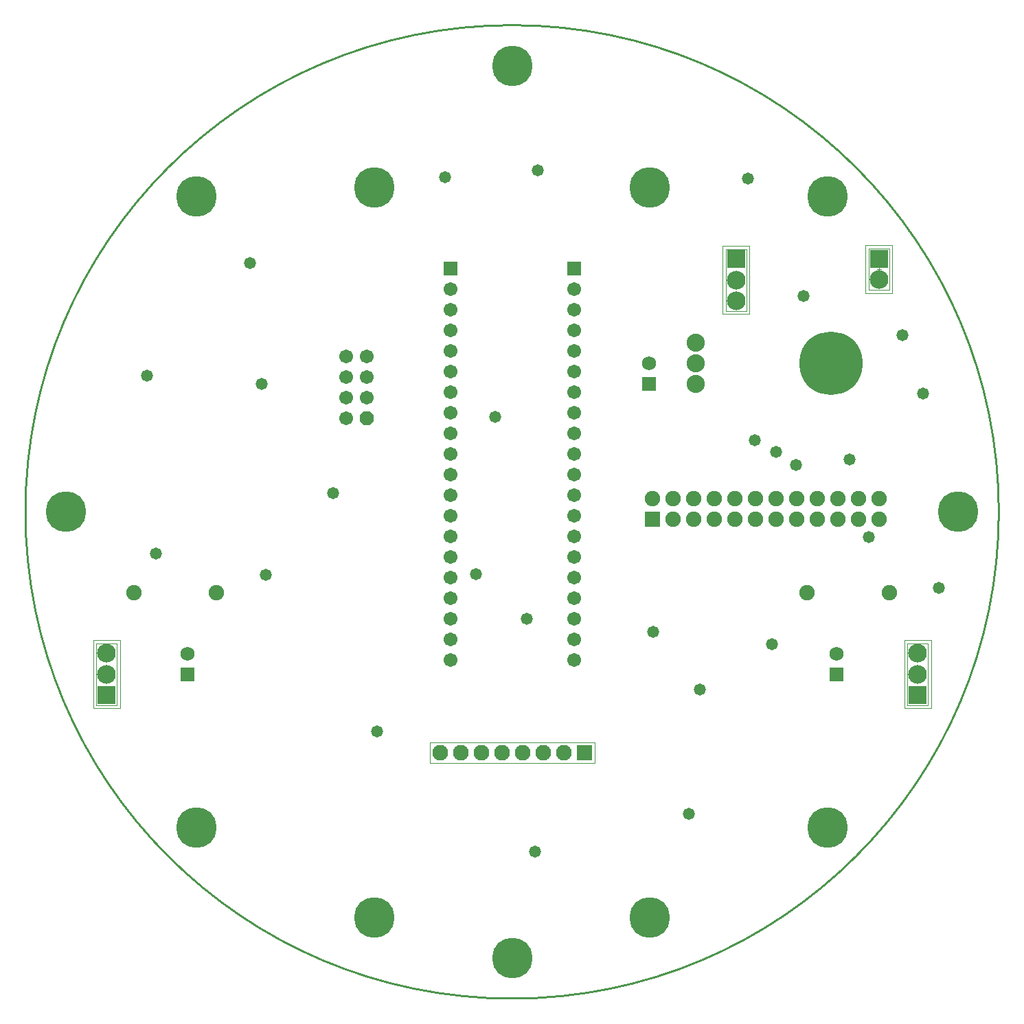
<source format=gbs>
G04*
G04 #@! TF.GenerationSoftware,Altium Limited,CircuitMaker,2.2.1 (6)*
G04*
G04 Layer_Color=8150272*
%FSLAX44Y44*%
%MOMM*%
G71*
G04*
G04 #@! TF.SameCoordinates,9E674738-4F13-4C75-B363-8A9F2A517ECE*
G04*
G04*
G04 #@! TF.FilePolarity,Negative*
G04*
G01*
G75*
%ADD10C,0.0500*%
%ADD13C,0.1000*%
%ADD14C,0.2540*%
%ADD15C,0.0000*%
%ADD16C,2.3032*%
%ADD17R,2.3032X2.3032*%
%ADD18C,1.9032*%
%ADD19R,1.9032X1.9032*%
%ADD20C,5.0032*%
%ADD21C,2.2352*%
%ADD22C,7.8232*%
%ADD23C,1.7272*%
%ADD24R,1.7272X1.7272*%
%ADD25C,1.7032*%
%ADD26R,1.7032X1.7032*%
%ADD27R,1.9532X1.9532*%
%ADD28C,1.9532*%
%ADD29P,1.8435X8X202.5*%
%ADD30C,1.4732*%
D10*
X892510Y844090D02*
Y927910D01*
X859490Y844090D02*
X892510D01*
X859490D02*
Y927910D01*
X892510D01*
X83490Y358090D02*
Y441910D01*
X116510D01*
Y358090D02*
Y441910D01*
X83490Y358090D02*
X116510D01*
X1083490D02*
Y441910D01*
X1116510D01*
Y358090D02*
Y441910D01*
X1083490Y358090D02*
X1116510D01*
X1035490Y928600D02*
X1068510D01*
X1035490Y869400D02*
Y928600D01*
Y869400D02*
X1068510D01*
Y928600D01*
D13*
X863300Y924100D02*
X888700D01*
X863300Y847900D02*
Y924100D01*
Y847900D02*
X888700D01*
Y924100D01*
X87300Y361900D02*
X112700D01*
Y438100D01*
X87300D02*
X112700D01*
X87300Y361900D02*
Y438100D01*
X1087300Y361900D02*
X1112700D01*
Y438100D01*
X1087300D02*
X1112700D01*
X1087300Y361900D02*
Y438100D01*
X1039300Y924400D02*
X1064700D01*
X1039300Y873600D02*
Y924400D01*
Y873600D02*
X1064700D01*
Y924400D01*
X876000Y883460D02*
Y888540D01*
X873460Y886000D02*
X878540D01*
X100000Y397460D02*
Y402540D01*
X97460Y400000D02*
X102540D01*
X1100000Y397460D02*
Y402540D01*
X1097460Y400000D02*
X1102540D01*
X1052000Y896460D02*
Y901540D01*
X1049460Y899000D02*
X1054540D01*
X826000Y778000D02*
Y788000D01*
X821000Y783000D02*
X831000D01*
X768998Y775581D02*
X769261D01*
X200000Y417580D02*
X200263D01*
X1000000D02*
X1000263D01*
D14*
X1200000Y600000D02*
G03*
X1200000Y600000I-600000J0D01*
G01*
D15*
X701600Y290300D02*
Y315700D01*
X498400D02*
X701600D01*
X498400Y290300D02*
Y315700D01*
Y290300D02*
X701600D01*
X498400D02*
X701600D01*
X498400D02*
Y315700D01*
X701600D01*
Y290300D02*
Y315700D01*
Y290300D02*
Y315700D01*
X498400D02*
X701600D01*
X498400Y290300D02*
Y315700D01*
Y290300D02*
X701600D01*
D16*
X876000Y860400D02*
D03*
Y886000D02*
D03*
X100000Y425600D02*
D03*
Y400000D02*
D03*
X1100000Y425600D02*
D03*
Y400000D02*
D03*
X1052000Y886200D02*
D03*
D17*
X876000Y911600D02*
D03*
X100000Y374400D02*
D03*
X1100000D02*
D03*
X1052000Y911800D02*
D03*
D18*
X235600Y500000D02*
D03*
X134000D02*
D03*
X963400D02*
D03*
X1065000D02*
D03*
X900000Y616400D02*
D03*
Y591000D02*
D03*
X874600Y616400D02*
D03*
Y591000D02*
D03*
X849200Y616400D02*
D03*
Y591000D02*
D03*
X823800Y616400D02*
D03*
Y591000D02*
D03*
X798400Y616400D02*
D03*
Y591000D02*
D03*
X773000Y616400D02*
D03*
X1027000D02*
D03*
Y591000D02*
D03*
X1001600Y616400D02*
D03*
Y591000D02*
D03*
X976200Y616400D02*
D03*
Y591000D02*
D03*
X950800Y616400D02*
D03*
Y591000D02*
D03*
X925400Y616400D02*
D03*
Y591000D02*
D03*
X1052400Y616400D02*
D03*
Y591000D02*
D03*
D19*
X773000D02*
D03*
D20*
X1150000Y600000D02*
D03*
X989000Y211000D02*
D03*
X770000Y100000D02*
D03*
X600000Y50000D02*
D03*
X430000Y100000D02*
D03*
X50000Y600000D02*
D03*
X211000Y211000D02*
D03*
X989000Y989000D02*
D03*
X211000D02*
D03*
X430000Y1000000D02*
D03*
X770000D02*
D03*
X600000Y1150000D02*
D03*
D21*
X826000Y808400D02*
D03*
Y783000D02*
D03*
Y757600D02*
D03*
D22*
X993132Y783000D02*
D03*
D23*
X769000Y783000D02*
D03*
X200002Y424999D02*
D03*
X1000002D02*
D03*
D24*
X769000Y758000D02*
D03*
X200002Y399999D02*
D03*
X1000002D02*
D03*
D25*
X676200Y823800D02*
D03*
Y849200D02*
D03*
Y874600D02*
D03*
Y798400D02*
D03*
Y773000D02*
D03*
Y747600D02*
D03*
Y595200D02*
D03*
Y620600D02*
D03*
Y646000D02*
D03*
Y722200D02*
D03*
Y696800D02*
D03*
Y671400D02*
D03*
Y493600D02*
D03*
Y519000D02*
D03*
Y544400D02*
D03*
Y468200D02*
D03*
Y442800D02*
D03*
Y417400D02*
D03*
Y569800D02*
D03*
X523800Y823800D02*
D03*
Y849200D02*
D03*
Y874600D02*
D03*
Y798400D02*
D03*
Y773000D02*
D03*
Y747600D02*
D03*
Y595200D02*
D03*
Y620600D02*
D03*
Y646000D02*
D03*
Y722200D02*
D03*
Y696800D02*
D03*
Y671400D02*
D03*
Y493600D02*
D03*
Y519000D02*
D03*
Y544400D02*
D03*
Y468200D02*
D03*
Y442800D02*
D03*
Y417400D02*
D03*
Y569800D02*
D03*
X395000Y715200D02*
D03*
Y740600D02*
D03*
Y766000D02*
D03*
Y791400D02*
D03*
X420400D02*
D03*
Y766000D02*
D03*
Y740600D02*
D03*
D26*
X676200Y900000D02*
D03*
X523800D02*
D03*
D27*
X688900Y303000D02*
D03*
D28*
X663500D02*
D03*
X638100D02*
D03*
X612700D02*
D03*
X587300D02*
D03*
X561900D02*
D03*
X536500D02*
D03*
X511100D02*
D03*
D29*
X420400Y715200D02*
D03*
D30*
X831000Y381000D02*
D03*
X959000Y866000D02*
D03*
X291000Y758000D02*
D03*
X296000Y522000D02*
D03*
X920000Y437000D02*
D03*
X1081000Y818000D02*
D03*
X891000Y1011000D02*
D03*
X517000Y1013000D02*
D03*
X632000Y1021000D02*
D03*
X277000Y907000D02*
D03*
X150000Y768000D02*
D03*
X161000Y549000D02*
D03*
X818000Y228000D02*
D03*
X555000Y523000D02*
D03*
X1126000Y506000D02*
D03*
X774000Y452000D02*
D03*
X628000Y181000D02*
D03*
X433340Y329556D02*
D03*
X379000Y623000D02*
D03*
X579366Y717312D02*
D03*
X1107000Y746000D02*
D03*
X1040000Y569000D02*
D03*
X1016000Y665000D02*
D03*
X618000Y468000D02*
D03*
X899000Y688000D02*
D03*
X925000Y674000D02*
D03*
X950000Y658000D02*
D03*
M02*

</source>
